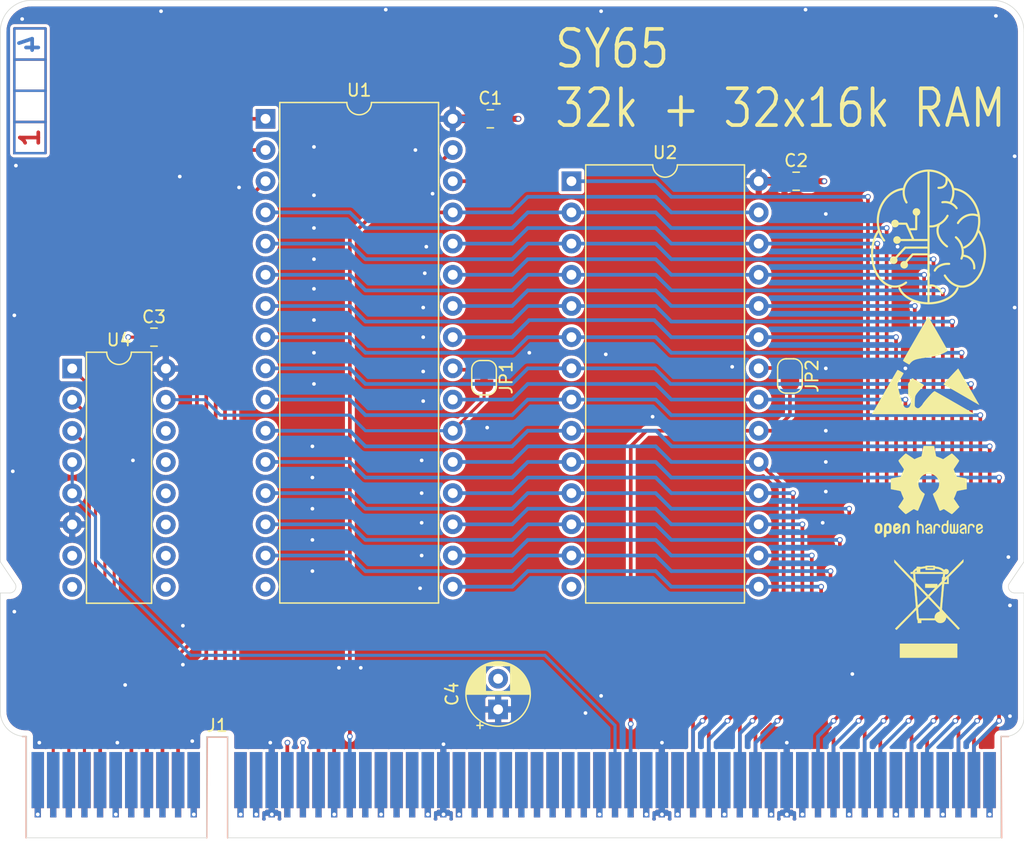
<source format=kicad_pcb>
(kicad_pcb (version 20240108) (generator "pcbnew") (generator_version "8.0")
  (layers (0 "F.Cu" signal) (1 "In1.Cu" power) (2 "In2.Cu" power) (31 "B.Cu" signal) (34 "B.Paste" user) (35 "F.Paste" user) (36 "B.SilkS" user "B.Silkscreen") (37 "F.SilkS" user "F.Silkscreen") (38 "B.Mask" user) (39 "F.Mask" user) (44 "Edge.Cuts" user))
  (net 0 "")
  (net 1 "GND")
  (net 3 "/RAM_2")
  (net 4 "/D4")
  (net 12 "/RAM_1")
  (net 15 "/RAM_3")
  (net 16 "/A2")
  (net 17 "/RAM_4")
  (net 18 "/A10")
  (net 19 "/D6")
  (net 20 "/A9")
  (net 24 "+9V")
  (net 25 "/~{H_RAM}")
  (net 27 "/A14")
  (net 28 "/A8")
  (net 29 "+5V")
  (net 31 "/RAM_6")
  (net 38 "/A1")
  (net 40 "/D0")
  (net 43 "/A0")
  (net 44 "/D3")
  (net 45 "/D7")
  (net 48 "/A4")
  (net 49 "/D1")
  (net 50 "/A5")
  (net 53 "/A13")
  (net 54 "/RAM_7")
  (net 56 "/R{slash}~{W}")
  (net 58 "/RAM_0")
  (net 59 "/A7")
  (net 61 "/A3")
  (net 62 "/A6")
  (net 64 "/~{L_RAM}")
  (net 65 "/D5")
  (net 68 "/RAM_5")
  (net 70 "/A11")
  (net 72 "/A12")
  (net 73 "/D2")
  (net 75 "Net-(JP1-A)")
  (net 76 "Net-(JP2-A)")
  (net 114 "Net-(JP1-B)")
  (footprint "Symbol:ESD-Logo_8.9x8mm_SilkScreen" (layer "F.Cu") (at 170.053 116.332)
    (property "Reference" "REF**" (hide yes))
    (property "Value" "ESD-Logo_8.9x8mm_SilkScreen" (hide yes))
  )
  (footprint "Eigene:ladder_4" (layer "F.Cu") (at 97.155 93.98 90)
    (property "Reference" "Ref**" (hide yes))
    (property "Value" "Val**" (hide yes))
  )
  (footprint "Capacitor_SMD:C_0805_2012Metric" (layer "F.Cu") (at 134.62 96.266)
    (property "Reference" "C1")
    (property "Value" "100n")
  )
  (footprint "Symbol:OSHW-Logo2_9.8x8mm_SilkScreen" (layer "F.Cu") (at 170.307 126.619)
    (property "Reference" "REF**" (hide yes))
    (property "Value" "OSHW-Logo2_9.8x8mm_SilkScreen" (hide yes))
  )
  (footprint "Eigene:logo" (layer "F.Cu") (at 170.307 105.918)
    (property "Reference" "G***" (hide yes))
    (property "Value" "LOGO" (hide yes))
  )
  (footprint "Capacitor_SMD:C_0805_2012Metric" (layer "F.Cu") (at 159.512 101.346)
    (property "Reference" "C2")
    (property "Value" "100n")
  )
  (footprint "Capacitor_SMD:C_0805_2012Metric" (layer "F.Cu") (at 107.249 114.046 180)
    (property "Reference" "C3")
    (property "Value" "100n")
  )
  (footprint "Package_DIP:DIP-32_W15.24mm" (layer "F.Cu") (at 116.327 96.266)
    (property "Reference" "U1")
    (property "Value" "AS6C4008-55PCN")
  )
  (footprint "Symbol:WEEE-Logo_5.6x8mm_SilkScreen" (layer "F.Cu") (at 170.307 136.144)
    (property "Reference" "REF**" (hide yes))
    (property "Value" "WEEE-Logo_5.6x8mm_SilkScreen" (hide yes))
  )
  (footprint "Jumper:SolderJumper-2_P1.3mm_Bridged_RoundedPad1.0x1.5mm" (layer "F.Cu") (at 134.112 117.348 -90)
    (property "Reference" "JP1")
    (property "Value" "OE_H")
  )
  (footprint "Package_DIP:DIP-28_W15.24mm" (layer "F.Cu") (at 141.224 101.346)
    (property "Reference" "U2")
    (property "Value" "CY62256-70PC")
  )
  (footprint "Package_DIP:DIP-16_W7.62mm" (layer "F.Cu") (at 100.594 116.601)
    (property "Reference" "U4")
    (property "Value" "74HC138")
  )
  (footprint "Capacitor_THT:CP_Radial_D5.0mm_P2.50mm" (layer "F.Cu") (at 135.255 144.359 90)
    (property "Reference" "C4")
    (property "Value" "10µ")
  )
  (footprint "Jumper:SolderJumper-2_P1.3mm_Bridged_RoundedPad1.0x1.5mm" (layer "F.Cu") (at 159.004 117.206 -90)
    (property "Reference" "JP2")
    (property "Value" "OE_L")
  )
  (footprint "Connector_PCBEdge:BUS_PCI" (layer "B.Cu") (at 136.52 151.444 180)
    (property "Reference" "J1")
    (property "Value" "Bus_PCI_6502")
  )
  (gr_line (start 176.837631 134.138815) (end 178.054 132.334) (stroke (width 0.05)) (layer "Edge.Cuts"))
  (gr_line (start 113.284 146.558) (end 113.284 154.813) (stroke (width 0.05)) (layer "Edge.Cuts"))
  (gr_line (start 111.506 154.813) (end 111.506 146.558) (stroke (width 0.05)) (layer "Edge.Cuts"))
  (gr_line (start 178.054 134.874) (end 178.054 145.034) (stroke (width 0.05)) (layer "Edge.Cuts"))
  (gr_line (start 178.054 132.334) (end 178.054 89.154) (stroke (width 0.05)) (layer "Edge.Cuts"))
  (gr_line (start 94.742 144.526) (end 94.742 134.874) (stroke (width 0.05)) (layer "Edge.Cuts"))
  (gr_arc (start 177.292 134.874) (mid 176.859941 134.633064) (end 176.837631 134.138815) (stroke (width 0.05)) (layer "Edge.Cuts"))
  (gr_line (start 96.901 146.558) (end 96.901 154.813) (stroke (width 0.05)) (layer "Edge.Cuts"))
  (gr_line (start 97.282 86.614) (end 175.514 86.614) (stroke (width 0.05)) (layer "Edge.Cuts"))
  (gr_line (start 113.284 154.813) (end 176.149 154.813) (stroke (width 0.05)) (layer "Edge.Cuts"))
  (gr_arc (start 96.774 146.558) (mid 95.337158 145.962841) (end 94.742 144.526) (stroke (width 0.05)) (layer "Edge.Cuts"))
  (gr_arc (start 178.054 145.034) (mid 177.607645 146.111645) (end 176.53 146.558) (stroke (width 0.05)) (layer "Edge.Cuts"))
  (gr_line (start 95.504 134.874) (end 94.742 134.874) (stroke (width 0.05)) (layer "Edge.Cuts"))
  (gr_line (start 176.149 154.813) (end 176.149 146.558) (stroke (width 0.05)) (layer "Edge.Cuts"))
  (gr_arc (start 175.514 86.614) (mid 177.3101 87.357928) (end 178.054 89.154) (stroke (width 0.05)) (layer "Edge.Cuts"))
  (gr_arc (start 95.958369 134.138815) (mid 95.936131 134.633071) (end 95.504 134.874) (stroke (width 0.05)) (layer "Edge.Cuts"))
  (gr_arc (start 94.742 89.154) (mid 95.485949 87.357949) (end 97.282 86.614) (stroke (width 0.05)) (layer "Edge.Cuts"))
  (gr_line (start 94.742 132.334) (end 94.742 89.154) (stroke (width 0.05)) (layer "Edge.Cuts"))
  (gr_line (start 94.742 132.334) (end 95.958369 134.138815) (stroke (width 0.05)) (layer "Edge.Cuts"))
  (gr_line (start 96.901 154.813) (end 111.506 154.813) (stroke (width 0.05)) (layer "Edge.Cuts"))
  (gr_line (start 96.774 146.558) (end 96.901 146.558) (stroke (width 0.05)) (layer "Edge.Cuts"))
  (gr_line (start 176.149 146.558) (end 176.53 146.558) (stroke (width 0.05)) (layer "Edge.Cuts"))
  (gr_line (start 111.506 146.558) (end 113.284 146.558) (stroke (width 0.05)) (layer "Edge.Cuts"))
  (gr_line (start 178.054 134.874) (end 177.292 134.874) (stroke (width 0.05)) (layer "Edge.Cuts"))
  (gr_text "SY65\n32k + 32x16k RAM" (at 139.7 97.155 0) (layer "F.SilkS") (effects (font (size 3 2.5) (thickness 0.3)) (justify left bottom)))
  (segment (start 120.904 147.066) (end 121.666 147.066) (width 0.3) (layer "F.Cu") (net 1))
  (segment (start 121.666 147.066) (end 121.91 147.31) (width 0.3) (layer "F.Cu") (net 1))
  (segment (start 160.462 101.346) (end 161.798 101.346) (width 0.5) (layer "F.Cu") (net 1))
  (segment (start 118.1 147.076) (end 118.11 147.066) (width 0.3) (layer "F.Cu") (net 1))
  (segment (start 118.1 150.114) (end 118.1 147.076) (width 0.3) (layer "F.Cu") (net 1))
  (segment (start 120.64 147.33) (end 120.904 147.066) (width 0.3) (layer "F.Cu") (net 1))
  (segment (start 135.57 96.266) (end 136.906 96.266) (width 0.5) (layer "F.Cu") (net 1))
  (segment (start 120.64 150.114) (end 120.64 147.33) (width 0.3) (layer "F.Cu") (net 1))
  (segment (start 106.299 114.046) (end 105.156 114.046) (width 0.25) (layer "F.Cu") (net 1))
  (segment (start 121.91 147.31) (end 121.91 150.114) (width 0.3) (layer "F.Cu") (net 1))
  (via (at 121.92 152.908) (size 0.46) (drill 0.3) (layers "F.Cu" "B.Cu") (net 1))
  (via (at 161.798 101.346) (size 0.46) (drill 0.3) (layers "F.Cu" "B.Cu") (net 1))
  (via (at 160.02 152.908) (size 0.46) (drill 0.3) (layers "F.Cu" "B.Cu") (net 1))
  (via (at 157.48 152.908) (size 0.46) (drill 0.3) (layers "F.Cu" "B.Cu") (net 1))
  (via (at 110.49 152.908) (size 0.46) (drill 0.3) (layers "F.Cu" "B.Cu") (net 1))
  (via (at 136.906 96.266) (size 0.46) (drill 0.3) (layers "F.Cu" "B.Cu") (net 1))
  (via (at 149.86 152.908) (size 0.46) (drill 0.3) (layers "F.Cu" "B.Cu") (net 1))
  (via (at 125.73 152.908) (size 0.46) (drill 0.3) (layers "F.Cu" "B.Cu") (net 1))
  (via (at 119.38 147.066) (size 0.46) (drill 0.3) (layers "F.Cu" "B.Cu") (net 1))
  (via (at 171.45 152.908) (size 0.46) (drill 0.3) (layers "F.Cu" "B.Cu") (net 1))
  (via (at 104.14 152.908) (size 0.46) (drill 0.3) (layers "F.Cu" "B.Cu") (net 1))
  (via (at 129.54 152.908) (size 0.46) (drill 0.3) (layers "F.Cu" "B.Cu") (net 1))
  (via (at 97.79 152.908) (size 0.46) (drill 0.3) (layers "F.Cu" "B.Cu") (net 1))
  (via (at 163.83 152.908) (size 0.46) (drill 0.3) (layers "F.Cu" "B.Cu") (net 1))
  (via (at 115.57 152.908) (size 0.46) (drill 0.3) (layers "F.Cu" "B.Cu") (net 1))
  (via (at 147.32 152.908) (size 0.46) (drill 0.3) (layers "F.Cu" "B.Cu") (net 1))
  (via (at 143.51 152.908) (size 0.46) (drill 0.3) (layers "F.Cu" "B.Cu") (net 1))
  (via (at 175.26 152.908) (size 0.46) (drill 0.3) (layers "F.Cu" "B.Cu") (net 1))
  (via (at 118.11 147.066) (size 0.46) (drill 0.3) (layers "F.Cu" "B.Cu") (net 1))
  (via (at 132.08 152.908) (size 0.46) (drill 0.3) (layers "F.Cu" "B.Cu") (net 1))
  (via (at 105.156 114.046) (size 0.46) (drill 0.3) (layers "F.Cu" "B.Cu") (net 1))
  (via (at 153.67 152.908) (size 0.46) (drill 0.3) (layers "F.Cu" "B.Cu") (net 1))
  (via (at 167.64 152.908) (size 0.46) (drill 0.3) (layers "F.Cu" "B.Cu") (net 1))
  (segment (start 119.37 147.076) (end 119.38 147.066) (width 0.3) (layer "B.Cu") (net 1))
  (segment (start 119.37 150.114) (end 119.37 147.076) (width 0.3) (layer "B.Cu") (net 1))
  (segment (start 106.68 146.304) (end 112.268 140.716) (width 0.3) (layer "F.Cu") (net 3))
  (segment (start 106.68 150.104) (end 106.68 146.304) (width 0.3) (layer "F.Cu") (net 3))
  (segment (start 113.792 98.806) (end 116.327 98.806) (width 0.3) (layer "F.Cu") (net 3))
  (segment (start 112.268 100.33) (end 113.792 98.806) (width 0.3) (layer "F.Cu") (net 3))
  (segment (start 112.268 140.716) (end 112.268 100.33) (width 0.3) (layer "F.Cu") (net 3))
  (segment (start 106.67 150.114) (end 106.68 150.104) (width 0.3) (layer "F.Cu") (net 3))
  (segment (start 153.924 145.288) (end 160.782 138.43) (width 0.3) (layer "F.Cu") (net 4))
  (segment (start 160.782 138.43) (end 160.782 136.652) (width 0.3) (layer "F.Cu") (net 4))
  (segment (start 160.782 136.652) (end 160.782 131.826) (width 0.3) (layer "F.Cu") (net 4))
  (via (at 153.924 145.288) (size 0.46) (drill 0.3) (layers "F.Cu" "B.Cu") (net 4))
  (via (at 160.782 131.826) (size 0.46) (drill 0.3) (layers "F.Cu" "B.Cu") (net 4))
  (segment (start 136.398 131.826) (end 131.567 131.826) (width 0.3) (layer "B.Cu") (net 4))
  (segment (start 160.782 131.826) (end 156.464 131.826) (width 0.3) (layer "B.Cu") (net 4))
  (segment (start 152.4 150.114) (end 152.4 146.812) (width 0.3) (layer "B.Cu") (net 4))
  (segment (start 156.464 131.826) (end 149.352 131.826) (width 0.3) (layer "B.Cu") (net 4))
  (segment (start 148.082 130.556) (end 137.668 130.556) (width 0.3) (layer "B.Cu") (net 4))
  (segment (start 137.668 130.556) (end 136.398 131.826) (width 0.3) (layer "B.Cu") (net 4))
  (segment (start 149.352 131.826) (end 148.082 130.556) (width 0.3) (layer "B.Cu") (net 4))
  (segment (start 152.4 146.812) (end 153.924 145.288) (width 0.3) (layer "B.Cu") (net 4))
  (segment (start 113.03 100.838) (end 113.792 100.076) (width 0.3) (layer "F.Cu") (net 12))
  (segment (start 107.94 150.114) (end 107.94 146.314) (width 0.3) (layer "F.Cu") (net 12))
  (segment (start 113.03 141.224) (end 113.03 100.838) (width 0.3) (layer "F.Cu") (net 12))
  (segment (start 113.792 100.076) (end 130.297 100.076) (width 0.3) (layer "F.Cu") (net 12))
  (segment (start 130.297 100.076) (end 131.567 98.806) (width 0.3) (layer "F.Cu") (net 12))
  (segment (start 107.94 146.314) (end 113.03 141.224) (width 0.3) (layer "F.Cu") (net 12))
  (segment (start 133.604 98.044) (end 133.604 100.838) (width 0.3) (layer "F.Cu") (net 15))
  (segment (start 113.792 97.536) (end 133.096 97.536) (width 0.3) (layer "F.Cu") (net 15))
  (segment (start 133.096 97.536) (end 133.604 98.044) (width 0.3) (layer "F.Cu") (net 15))
  (segment (start 111.506 140.208) (end 111.506 99.822) (width 0.3) (layer "F.Cu") (net 15))
  (segment (start 105.4 150.114) (end 105.41 150.104) (width 0.3) (layer "F.Cu") (net 15))
  (segment (start 133.604 100.838) (end 133.096 101.346) (width 0.3) (layer "F.Cu") (net 15))
  (segment (start 111.506 99.822) (end 113.792 97.536) (width 0.3) (layer "F.Cu") (net 15))
  (segment (start 105.41 150.104) (end 105.41 146.304) (width 0.3) (layer "F.Cu") (net 15))
  (segment (start 133.096 101.346) (end 131.567 101.346) (width 0.3) (layer "F.Cu") (net 15))
  (segment (start 105.41 146.304) (end 111.506 140.208) (width 0.3) (layer "F.Cu") (net 15))
  (segment (start 174.498 144.272) (end 174.498 120.396) (width 0.3) (layer "F.Cu") (net 16))
  (segment (start 174.498 145.034) (end 174.498 144.272) (width 0.3) (layer "F.Cu") (net 16))
  (segment (start 174.244 145.288) (end 174.498 145.034) (width 0.3) (layer "F.Cu") (net 16))
  (via (at 174.498 120.396) (size 0.46) (drill 0.3) (layers "F.Cu" "B.Cu") (net 16))
  (via (at 174.244 145.288) (size 0.46) (drill 0.3) (layers "F.Cu" "B.Cu") (net 16))
  (segment (start 172.72 150.114) (end 172.72 146.812) (width 0.3) (layer "B.Cu") (net 16))
  (segment (start 148.082 119.126) (end 141.224 119.126) (width 0.3) (layer "B.Cu") (net 16))
  (segment (start 141.224 119.126) (end 137.668 119.126) (width 0.3) (layer "B.Cu") (net 16))
  (segment (start 123.19 119.126) (end 116.327 119.126) (width 0.3) (layer "B.Cu") (net 16))
  (segment (start 149.352 120.396) (end 148.082 119.126) (width 0.3) (layer "B.Cu") (net 16))
  (segment (start 174.498 120.396) (end 149.352 120.396) (width 0.3) (layer "B.Cu") (net 16))
  (segment (start 137.668 119.126) (end 136.398 120.396) (width 0.3) (layer "B.Cu") (net 16))
  (segment (start 124.46 120.396) (end 123.19 119.126) (width 0.3) (layer "B.Cu") (net 16))
  (segment (start 172.72 146.812) (end 174.244 145.288) (width 0.3) (layer "B.Cu") (net 16))
  (segment (start 136.398 120.396) (end 124.46 120.396) (width 0.3) (layer "B.Cu") (net 16))
  (segment (start 102.87 146.304) (end 110.744 138.43) (width 0.3) (layer "F.Cu") (net 17))
  (segment (start 110.744 138.43) (end 110.744 99.314) (width 0.3) (layer "F.Cu") (net 17))
  (segment (start 113.792 96.266) (end 116.327 96.266) (width 0.3) (layer "F.Cu") (net 17))
  (segment (start 102.87 150.104) (end 102.87 146.304) (width 0.3) (layer "F.Cu") (net 17))
  (segment (start 102.86 150.114) (end 102.87 150.104) (width 0.3) (layer "F.Cu") (net 17))
  (segment (start 110.744 99.314) (end 113.792 96.266) (width 0.3) (layer "F.Cu") (net 17))
  (segment (start 168.402 143.51) (end 168.402 143.002) (width 0.3) (layer "F.Cu") (net 18))
  (segment (start 166.624 145.288) (end 168.402 143.51) (width 0.3) (layer "F.Cu") (net 18))
  (segment (start 168.402 143.002) (end 168.402 119.126) (width 0.3) (layer "F.Cu") (net 18))
  (via (at 168.402 119.126) (size 0.46) (drill 0.3) (layers "F.Cu" "B.Cu") (net 18))
  (via (at 166.624 145.288) (size 0.46) (drill 0.3) (layers "F.Cu" "B.Cu") (net 18))
  (segment (start 168.402 119.126) (end 156.464 119.126) (width 0.3) (layer "B.Cu") (net 18))
  (segment (start 156.464 119.126) (end 149.352 119.126) (width 0.3) (layer "B.Cu") (net 18))
  (segment (start 165.09 150.114) (end 165.09 146.822) (width 0.3) (layer "B.Cu") (net 18))
  (segment (start 165.09 146.822) (end 166.624 145.288) (width 0.3) (layer "B.Cu") (net 18))
  (segment (start 137.668 117.856) (end 136.398 119.126) (width 0.3) (layer "B.Cu") (net 18))
  (segment (start 136.398 119.126) (end 131.567 119.126) (width 0.3) (layer "B.Cu") (net 18))
  (segment (start 149.352 119.126) (end 148.082 117.856) (width 0.3) (layer "B.Cu") (net 18))
  (segment (start 148.082 117.856) (end 137.668 117.856) (width 0.3) (layer "B.Cu") (net 18))
  (segment (start 151.892 145.288) (end 159.258 137.922) (width 0.3) (layer "F.Cu") (net 19))
  (segment (start 159.258 135.382) (end 159.258 126.746) (width 0.3) (layer "F.Cu") (net 19))
  (segment (start 159.258 137.922) (end 159.258 135.382) (width 0.3) (layer "F.Cu") (net 19))
  (via (at 159.258 126.746) (size 0.46) (drill 0.3) (layers "F.Cu" "B.Cu") (net 19))
  (via (at 151.892 145.288) (size 0.46) (drill 0.3) (layers "F.Cu" "B.Cu") (net 19))
  (segment (start 159.258 126.746) (end 156.464 126.746) (width 0.3) (layer "B.Cu") (net 19))
  (segment (start 151.12 146.06) (end 151.892 145.288) (width 0.3) (layer "B.Cu") (net 19))
  (segment (start 148.082 125.476) (end 137.668 125.476) (width 0.3) (layer "B.Cu") (net 19))
  (segment (start 137.668 125.476) (end 136.398 126.746) (width 0.3) (layer "B.Cu") (net 19))
  (segment (start 149.352 126.746) (end 148.082 125.476) (width 0.3) (layer "B.Cu") (net 19))
  (segment (start 151.12 150.114) (end 151.12 146.06) (width 0.3) (layer "B.Cu") (net 19))
  (segment (start 156.464 126.746) (end 149.352 126.746) (width 0.3) (layer "B.Cu") (net 19))
  (segment (start 136.398 126.746) (end 131.567 126.746) (width 0.3) (layer "B.Cu") (net 19))
  (segment (start 169.164 143.764) (end 169.164 142.748) (width 0.3) (layer "F.Cu") (net 20))
  (segment (start 166.36 150.114) (end 166.36 146.568) (width 0.3) (layer "F.Cu") (net 20))
  (segment (start 166.36 146.568) (end 168.402 144.526) (width 0.3) (layer "F.Cu") (net 20))
  (segment (start 169.164 142.748) (end 169.164 111.506) (width 0.3) (layer "F.Cu") (net 20))
  (segment (start 168.402 144.526) (end 169.164 143.764) (width 0.3) (layer "F.Cu") (net 20))
  (via (at 169.164 111.506) (size 0.46) (drill 0.3) (layers "F.Cu" "B.Cu") (net 20))
  (segment (start 169.164 111.506) (end 156.464 111.506) (width 0.3) (layer "B.Cu") (net 20))
  (segment (start 137.668 110.236) (end 136.398 111.506) (width 0.3) (layer "B.Cu") (net 20))
  (segment (start 148.082 110.236) (end 137.668 110.236) (width 0.3) (layer "B.Cu") (net 20))
  (segment (start 149.352 111.506) (end 148.082 110.236) (width 0.3) (layer "B.Cu") (net 20))
  (segment (start 156.464 111.506) (end 149.352 111.506) (width 0.3) (layer "B.Cu") (net 20))
  (segment (start 136.398 111.506) (end 131.567 111.506) (width 0.3) (layer "B.Cu") (net 20))
  (via (at 114.3 152.908) (size 0.46) (drill 0.3) (layers "F.Cu" "B.Cu") (net 24))
  (segment (start 110.236 139.954) (end 102.489 132.207) (width 0.25) (layer "B.Cu") (net 25))
  (segment (start 102.489 132.207) (end 102.489 128.656) (width 0.25) (layer "B.Cu") (net 25))
  (segment (start 139.065 139.954) (end 110.236 139.954) (width 0.25) (layer "B.Cu") (net 25))
  (segment (start 144.77 145.659) (end 139.065 139.954) (width 0.25) (layer "B.Cu") (net 25))
  (segment (start 144.77 150.114) (end 144.77 145.659) (width 0.25) (layer "B.Cu") (net 25))
  (segment (start 102.489 128.656) (end 100.594 126.761) (width 0.25) (layer "B.Cu") (net 25))
  (segment (start 100.594 124.221) (end 100.594 126.761) (width 0.25) (layer "B.Cu") (net 25))
  (segment (start 165.354 142.494) (end 165.354 141.732) (width 0.3) (layer "F.Cu") (net 27))
  (segment (start 165.354 141.732) (end 165.354 102.616) (width 0.3) (layer "F.Cu") (net 27))
  (segment (start 162.56 145.288) (end 165.354 142.494) (width 0.3) (layer "F.Cu") (net 27))
  (via (at 162.56 145.288) (size 0.46) (drill 0.3) (layers "F.Cu" "B.Cu") (net 27))
  (via (at 165.354 102.616) (size 0.46) (drill 0.3) (layers "F.Cu" "B.Cu") (net 27))
  (segment (start 161.29 146.558) (end 162.56 145.288) (width 0.3) (layer "B.Cu") (net 27))
  (segment (start 161.29 150.114) (end 161.29 146.558) (width 0.3) (layer "B.Cu") (net 27))
  (segment (start 148.082 101.346) (end 141.224 101.346) (width 0.3) (layer "B.Cu") (net 27))
  (segment (start 149.352 102.616) (end 148.082 101.346) (width 0.3) (layer "B.Cu") (net 27))
  (segment (start 165.354 102.616) (end 149.352 102.616) (width 0.3) (layer "B.Cu") (net 27))
  (segment (start 169.926 143.256) (end 169.926 108.966) (width 0.3) (layer "F.Cu") (net 28))
  (segment (start 168.656 145.288) (end 169.926 144.018) (width 0.3) (layer "F.Cu") (net 28))
  (segment (start 169.926 144.018) (end 169.926 143.256) (width 0.3) (layer "F.Cu") (net 28))
  (via (at 169.926 108.966) (size 0.46) (drill 0.3) (layers "F.Cu" "B.Cu") (net 28))
  (via (at 168.656 145.288) (size 0.46) (drill 0.3) (layers "F.Cu" "B.Cu") (net 28))
  (segment (start 166.36 150.114) (end 166.36 147.584) (width 0.3) (layer "B.Cu") (net 28))
  (segment (start 148.082 107.696) (end 137.668 107.696) (width 0.3) (layer "B.Cu") (net 28))
  (segment (start 166.36 147.584) (end 168.656 145.288) (width 0.3) (layer "B.Cu") (net 28))
  (segment (start 149.352 108.966) (end 148.082 107.696) (width 0.3) (layer "B.Cu") (net 28))
  (segment (start 169.926 108.966) (end 156.464 108.966) (width 0.3) (layer "B.Cu") (net 28))
  (segment (start 137.668 107.696) (end 136.398 108.966) (width 0.3) (layer "B.Cu") (net 28))
  (segment (start 156.464 108.966) (end 149.352 108.966) (width 0.3) (layer "B.Cu") (net 28))
  (segment (start 136.398 108.966) (end 131.567 108.966) (width 0.3) (layer "B.Cu") (net 28))
  (segment (start 108.214 114.061) (end 108.199 114.046) (width 0.25) (layer "F.Cu") (net 29))
  (segment (start 108.214 116.601) (end 108.214 114.061) (width 0.25) (layer "F.Cu") (net 29))
  (segment (start 158.562 101.346) (end 156.464 101.346) (width 0.7) (layer "F.Cu") (net 29))
  (segment (start 133.67 96.266) (end 131.567 96.266) (width 0.7) (layer "F.Cu") (net 29))
  (via (at 116.84 152.908) (size 0.46) (drill 0.3) (layers "F.Cu" "B.Cu") (net 29))
  (via (at 109.601 137.541) (size 0.46) (drill 0.3) (layers "F.Cu" "B.Cu") (net 29))
  (via (at 120.269 112.649) (size 0.46) (drill 0.3) (layers "F.Cu" "B.Cu") (net 29))
  (via (at 143.637 87.503) (size 0.46) (drill 0.3) (layers "F.Cu" "B.Cu") (net 29))
  (via (at 130.81 147.193) (size 0.46) (drill 0.3) (layers "F.Cu" "B.Cu") (net 29))
  (via (at 158.75 147.066) (size 0.46) (drill 0.3) (layers "F.Cu" "B.Cu") (net 29))
  (via (at 96.012 100.076) (size 0.46) (drill 0.3) (layers "F.Cu" "B.Cu") (net 29))
  (via (at 161.671 129.159) (size 0.46) (drill 0.3) (layers "F.Cu" "B.Cu") (net 29))
  (via (at 129.032 126.746) (size 0.46) (drill 0.3) (layers "F.Cu" "B.Cu") (net 29))
  (via (at 109.347 100.965) (size 0.46) (drill 0.3) (layers "F.Cu" "B.Cu") (net 29))
  (via (at 128.524 98.806) (size 0.46) (drill 0.3) (layers "F.Cu" "B.Cu") (net 29))
  (via (at 120.142 128.016) (size 0.46) (drill 0.3) (layers "F.Cu" "B.Cu") (net 29))
  (via (at 109.601 140.716) (size 0.46) (drill 0.3) (layers "F.Cu" "B.Cu") (net 29))
  (via (at 176.911 144.907) (size 0.46) (drill 0.3) (layers "F.Cu" "B.Cu") (net 29))
  (via (at 95.885 136.398) (size 0.46) (drill 0.3) (layers "F.Cu" "B.Cu") (net 29))
  (via (at 120.142 133.096) (size 0.46) (drill 0.3) (layers "F.Cu" "B.Cu") (net 29))
  (via (at 147.828 120.523) (size 0.46) (drill 0.3) (layers "F.Cu" "B.Cu") (net 29))
  (via (at 116.713 147.066) (size 0.46) (drill 0.3) (layers "F.Cu" "B.Cu") (net 29))
  (via (at 110.363 146.939) (size 0.46) (drill 0.3) (layers "F.Cu" "B.Cu") (net 29))
  (via (at 120.269 105.156) (size 0.46) (drill 0.3) (layers "F.Cu" "B.Cu") (net 29))
  (via (at 177.292 99.314) (size 0.46) (drill 0.3) (layers "F.Cu" "B.Cu") (net 29))
  (via (at 120.269 102.489) (size 0.46) (drill 0.3) (layers "F.Cu" "B.Cu") (net 29))
  (via (at 120.269 117.856) (size 0.46) (drill 0.3) (layers "F.Cu" "B.Cu") (net 29))
  (via (at 129.413 106.68) (size 0.46) (drill 0.3) (layers "F.Cu" "B.Cu") (net 29))
  (via (at 114.173 101.854) (size 0.46) (drill 0.3) (layers "F.Cu" "B.Cu") (net 29))
  (via (at 144.018 115.443) (size 0.46) (drill 0.3) (layers "F.Cu" "B.Cu") (net 29))
  (via (at 120.269 98.552) (size 0.46) (drill 0.3) (layers "F.Cu" "B.Cu") (net 29))
  (via (at 129.921 102.362) (size 0.46) (drill 0.3) (layers "F.Cu" "B.Cu") (net 29))
  (via (at 122.301 140.97) (size 0.46) (drill 0.3) (layers "F.Cu" "B.Cu") (net 29))
  (via (at 161.925 104.013) (size 0.46) (drill 0.3) (layers "F.Cu" "B.Cu") (net 29))
  (via (at 120.269 107.696) (size 0.46) (drill 0.3) (layers "F.Cu" "B.Cu") (net 29))
  (via (at 161.925 121.666) (size 0.46) (drill 0.3) (layers "F.Cu" "B.Cu") (net 29))
  (via (at 129.159 114.046) (size 0.46) (drill 0.3) (layers "F.Cu" "B.Cu") (net 29))
  (via (at 97.917 147.066) (size 0.46) (drill 0.3) (layers "F.Cu" "B.Cu") (net 29))
  (via (at 129.286 108.839) (size 0.46) (drill 0.3) (layers "F.Cu" "B.Cu") (net 29))
  (via (at 167.767 106.68) (size 0.46) (drill 0.3) (layers "F.Cu" "B.Cu") (net 29))
  (via (at 120.142 122.936) (size 0.46) (drill 0.3) (layers "F.Cu" "B.Cu") (net 29))
  (via (at 107.823 87.503) (size 0.46) (drill 0.3) (layers "F.Cu" "B.Cu") (net 29))
  (via (at 129.159 119.253) (size 0.46) (drill 0.3) (layers "F.Cu" "B.Cu") (net 29))
  (via (at 158.75 152.908) (size 0.46) (drill 0.3) (layers "F.Cu" "B.Cu") (net 29))
  (via (at 142.367 144.653) (size 0.46) (drill 0.3) (layers "F.Cu" "B.Cu") (net 29))
  (via (at 129.159 116.84) (size 0.46) (drill 0.3) (layers "F.Cu" "B.Cu") (net 29))
  (via (at 137.795 115.316) (size 0.46) (drill 0.3) (layers "F.Cu" "B.Cu") (net 29))
  (via (at 148.59 152.908) (size 0.46) (drill 0.3) (layers "F.Cu" "B.Cu") (net 29))
  (via (at 176.911 135.89) (size 0.46) (drill 0.3) (layers "F.Cu" "B.Cu") (net 29))
  (via (at 95.758 124.968) (size 0.46) (drill 0.3) (layers "F.Cu" "B.Cu") (net 29))
  (via (at 164.084 141.478) (size 0.46) (drill 0.3) (layers "F.Cu" "B.Cu") (net 29))
  (via (at 126.111 87.376) (size 0.46) (drill 0.3) (layers "F.Cu" "B.Cu") (net 29))
  (via (at 143.637 143.256) (size 0.46) (drill 0.3) (layers "F.Cu" "B.Cu") (net 29))
  (via (at 129.032 131.826) (size 0.46) (drill 0.3) (layers "F.Cu" "B.Cu") (net 29))
  (via (at 161.925 116.586) (size 0.46) (drill 0.3) (layers "F.Cu" "B.Cu") (net 29))
  (via (at 105.537 124.079) (size 0.46) (drill 0.3) (layers "F.Cu" "B.Cu") (net 29))
  (via (at 161.925 124.206) (size 0.46) (drill 0.3) (layers "F.Cu" "B.Cu") (net 29))
  (via (at 120.142 125.476) (size 0.46) (drill 0.3) (layers "F.Cu" "B.Cu") (net 29))
  (via (at 130.81 152.908) (size 0.46) (drill 0.3) (layers "F.Cu" "B.Cu") (net 29))
  (via (at 95.885 112.268) (size 0.46) (drill 0.3) (layers "F.Cu" "B.Cu") (net 29))
  (via (at 175.768 87.884) (size 0.46) (drill 0.3) (layers "F.Cu" "B.Cu") (net 29))
  (via (at 104.267 147.066) (size 0.46) (drill 0.3) (layers "F.Cu" "B.Cu") (net 29))
  (via (at 160.274 87.376) (size 0.46) (drill 0.3) (layers "F.Cu" "B.Cu") (net 29))
  (via (at 96.52 88.138) (size 0.46) (drill 0.3) (layers "F.Cu" "B.Cu") (net 29))
  (via (at 161.925 126.619) (size 0.46) (drill 0.3) (layers "F.Cu" "B.Cu") (net 29))
  (via (at 168.402 116.586) (size 0.46) (drill 0.3) (layers "F.Cu" "B.Cu") (net 29))
  (via (at 129.159 111.633) (size 0.46) (drill 0.3) (layers "F.Cu" "B.Cu") (net 29))
  (via (at 120.269 110.109) (size 0.46) (drill 0.3) (layers "F.Cu" "B.Cu") (net 29))
  (via (at 154.305 116.459) (size 0.46) (drill 0.3) (layers "F.Cu" "B.Cu") (net 29))
  (via (at 128.905 134.493) (size 0.46) (drill 0.3) (layers "F.Cu" "B.Cu") (net 29))
  (via (at 177.292 111.633) (size 0.46) (drill 0.3) (layers "F.Cu" "B.Cu") (net 29))
  (via (at 104.902 142.367) (size 0.46) (drill 0.3) (layers "F.Cu" "B.Cu") (net 29))
  (via (at 129.032 129.159) (size 0.46) (drill 0.3) (layers "F.Cu" "B.Cu") (net 29))
  (via (at 176.784 131.953) (size 0.46) (drill 0.3) (layers "F.Cu" "B.Cu") (net 29))
  (via (at 129.032 124.079) (size 0.46) (drill 0.3) (layers "F.Cu" "B.Cu") (net 29))
  (via (at 124.079 140.97) (size 0.46) (drill 0.3) (layers "F.Cu" "B.Cu") (net 29))
  (via (at 134.366 121.412) (size 0.46) (drill 0.3) (layers "F.Cu" "B.Cu") (net 29))
  (via (at 120.142 130.556) (size 0.46) (drill 0.3) (layers "F.Cu" "B.Cu") (net 29))
  (via (at 148.59 147.066) (size 0.46) (drill 0.3) (layers "F.Cu" "B.Cu") (net 29))
  (via (at 120.269 115.316) (size 0.46) (drill 0.3) (layers "F.Cu" "B.Cu") (net 29))
  (segment (start 100.32 150.114) (end 100.32 146.314) (width 0.25) (layer "F.Cu") (net 31))
  (segment (start 103.251 121.798) (end 100.594 119.141) (width 0.25) (layer "F.Cu") (net 31))
  (segment (start 103.251 143.383) (end 103.251 121.798) (width 0.25) (layer "F.Cu") (net 31))
  (segment (start 100.32 146.314) (end 103.251 143.383) (width 0.25) (layer "F.Cu") (net 31))
  (segment (start 173.98 146.568) (end 175.26 145.288) (width 0.3) (layer "F.Cu") (net 38))
  (segment (start 173.98 150.114) (end 173.98 146.568) (width 0.3) (layer "F.Cu") (net 38))
  (segment (start 175.26 145.288) (end 175.26 122.936) (width 0.3) (layer "F.Cu") (net 38))
  (via (at 175.26 122.936) (size 0.46) (drill 0.3) (layers "F.Cu" "B.Cu") (net 38))
  (segment (start 148.11375 121.666) (end 141.224 121.666) (width 0.3) (layer "B.Cu") (net 38))
  (segment (start 149.38375 122.936) (end 148.11375 121.666) (width 0.3) (layer "B.Cu") (net 38))
  (segment (start 124.46 122.936) (end 123.19 121.666) (width 0.3) (layer "B.Cu") (net 38))
  (segment (start 141.224 121.666) (end 137.668 121.666) (width 0.3) (layer "B.Cu") (net 38))
  (segment (start 123.19 121.666) (end 116.327 121.666) (width 0.3) (layer "B.Cu") (net 38))
  (segment (start 175.26 122.936) (end 149.38375 122.936) (width 0.3) (layer "B.Cu") (net 38))
  (segment (start 136.398 122.936) (end 124.46 122.936) (width 0.3) (layer "B.Cu") (net 38))
  (segment (start 137.668 121.666) (end 136.398 122.936) (width 0.3) (layer "B.Cu") (net 38))
  (segment (start 157.988 145.288) (end 163.83 139.446) (width 0.3) (layer "F.Cu") (net 40))
  (segment (start 163.83 135.382) (end 163.83 128.016) (width 0.3) (layer "F.Cu") (net 40))
  (segment (start 163.83 139.446) (end 163.83 135.382) (width 0.3) (layer "F.Cu") (net 40))
  (via (at 157.988 145.288) (size 0.46) (drill 0.3) (layers "F.Cu" "B.Cu") (net 40))
  (via (at 163.83 128.016) (size 0.46) (drill 0.3) (layers "F.Cu" "B.Cu") (net 40))
  (segment (start 156.2 150.114) (end 156.2 147.076) (width 0.3) (layer "B.Cu") (net 40))
  (segment (start 156.2 147.076) (end 157.988 145.288) (width 0.3) (layer "B.Cu") (net 40))
  (segment (start 163.83 128.016) (end 149.352 128.016) (width 0.3) (layer "B.Cu") (net 40))
  (segment (start 141.224 126.746) (end 137.668 126.746) (width 0.3) (layer "B.Cu") (net 40))
  (segment (start 149.352 128.016) (end 148.082 126.746) (width 0.3) (layer "B.Cu") (net 40))
  (segment (start 148.082 126.746) (end 141.224 126.746) (width 0.3) (layer "B.Cu") (net 40))
  (segment (start 137.668 126.746) (end 136.398 128.016) (width 0.3) (layer "B.Cu") (net 40))
  (segment (start 123.19 126.746) (end 116.327 126.746) (width 0.3) (layer "B.Cu") (net 40))
  (segment (start 136.398 128.016) (end 124.46 128.016) (width 0.3) (layer "B.Cu") (net 40))
  (segment (start 124.46 128.016) (end 123.19 126.746) (width 0.3) (layer "B.Cu") (net 40))
  (segment (start 176.022 145.288) (end 176.022 125.476) (width 0.3) (layer "F.Cu") (net 43))
  (via (at 176.022 125.476) (size 0.46) (drill 0.3) (layers "F.Cu" "B.Cu") (net 43))
  (via (at 176.022 145.288) (size 0.46) (drill 0.3) (layers "F.Cu" "B.Cu") (net 43))
  (segment (start 137.668 124.206) (end 136.398 125.476) (width 0.3) (layer "B.Cu") (net 43))
  (segment (start 173.98 150.114) (end 173.98 147.33) (width 0.3) (layer "B.Cu") (net 43))
  (segment (start 149.352 125.476) (end 148.082 124.206) (width 0.3) (layer "B.Cu") (net 43))
  (segment (start 176.022 125.476) (end 149.352 125.476) (width 0.3) (layer "B.Cu") (net 43))
  (segment (start 173.98 147.33) (end 176.022 145.288) (width 0.3) (layer "B.Cu") (net 43))
  (segment (start 136.398 125.476) (end 124.46 125.476) (width 0.3) (layer "B.Cu") (net 43))
  (segment (start 124.46 125.476) (end 123.19 124.206) (width 0.3) (layer "B.Cu") (net 43))
  (segment (start 141.224 124.206) (end 137.668 124.206) (width 0.3) (layer "B.Cu") (net 43))
  (segment (start 123.19 124.206) (end 116.327 124.206) (width 0.3) (layer "B.Cu") (net 43))
  (segment (start 148.082 124.206) (end 141.224 124.206) (width 0.3) (layer "B.Cu") (net 43))
  (segment (start 161.544 136.398) (end 161.544 134.366) (width 0.3) (layer "F.Cu") (net 44))
  (segment (start 154.93 145.298) (end 155.702 144.526) (width 0.3) (layer "F.Cu") (net 44))
  (segment (start 154.93 150.114) (end 154.93 145.298) (width 0.3) (layer "F.Cu") (net 44))
  (segment (start 161.544 138.684) (end 161.544 136.398) (width 0.3) (layer "F.Cu") (net 44))
  (segment (start 155.702 144.526) (end 161.544 138.684) (width 0.3) (layer "F.Cu") (net 44))
  (via (at 161.544 134.366) (size 0.46) (drill 0.3) (layers "F.Cu" "B.Cu") (net 44))
  (segment (start 137.668 133.096) (end 136.398 134.366) (width 0.3) (layer "B.Cu") (net 44))
  (segment (start 156.464 134.366) (end 149.352 134.366) (width 0.3) (layer "B.Cu") (net 44))
  (segment (start 149.352 134.366) (end 148.082 133.096) (width 0.3) (layer "B.Cu") (net 44))
  (segment (start 136.398 134.366) (end 131.567 134.366) (width 0.3) (layer "B.Cu") (net 44))
  (segment (start 161.544 134.366) (end 156.464 134.366) (width 0.3) (layer "B.Cu") (net 44))
  (segment (start 148.082 133.096) (end 137.668 133.096) (width 0.3) (layer "B.Cu") (net 44))
  (segment (start 158.496 126.238) (end 156.464 124.206) (width 0.3) (layer "F.Cu") (net 45))
  (segment (start 151.12 145.044) (end 158.496 137.668) (width 0.3) (layer "F.Cu") (net 45))
  (segment (start 158.496 137.668) (end 158.496 126.238) (width 0.3) (layer "F.Cu") (net 45))
  (segment (start 151.12 150.114) (end 151.12 145.044) (width 0.3) (layer "F.Cu") (net 45))
  (segment (start 156.464 124.206) (end 149.352 124.206) (width 0.3) (layer "B.Cu") (net 45))
  (segment (start 137.668 122.936) (end 136.398 124.206) (width 0.3) (layer "B.Cu") (net 45))
  (segment (start 148.082 122.936) (end 137.668 122.936) (width 0.3) (layer "B.Cu") (net 45))
  (segment (start 136.398 124.206) (end 131.567 124.206) (width 0.3) (layer "B.Cu") (net 45))
  (segment (start 149.352 124.206) (end 148.082 122.936) (width 0.3) (layer "B.Cu") (net 45))
  (segment (start 172.974 144.018) (end 172.974 115.316) (width 0.3) (layer "F.Cu") (net 48))
  (segment (start 172.466 145.288) (end 172.974 144.78) (width 0.3) (layer "F.Cu") (net 48))
  (segment (start 172.974 144.78) (end 172.974 144.018) (width 0.3) (layer "F.Cu") (net 48))
  (via (at 172.466 145.288) (size 0.46) (drill 0.3) (layers "F.Cu" "B.Cu") (net 48))
  (via (at 172.974 115.316) (size 0.46) (drill 0.3) (layers "F.Cu" "B.Cu") (net 48))
  (segment (start 172.974 115.316) (end 149.352 115.316) (width 0.3) (layer "B.Cu") (net 48))
  (segment (start 123.19 114.046) (end 116.327 114.046) (width 0.3) (layer "B.Cu") (net 48))
  (segment (start 170.17 147.584) (end 172.466 145.288) (width 0.3) (layer "B.Cu") (net 48))
  (segment (start 141.224 114.046) (end 137.668 114.046) (width 0.3) (layer "B.Cu") (net 48))
  (segment (start 136.398 115.316) (end 124.46 115.316) (width 0.3) (layer "B.Cu") (net 48))
  (segment (start 148.082 114.046) (end 141.224 114.046) (width 0.3) (layer "B.Cu") (net 48))
  (segment (start 124.46 115.316) (end 123.19 114.046) (width 0.3) (layer "B.Cu") (net 48))
  (segment (start 149.352 115.316) (end 148.082 114.046) (width 0.3) (layer "B.Cu") (net 48))
  (segment (start 137.668 114.046) (end 136.398 115.316) (width 0.3) (layer "B.Cu") (net 48))
  (segment (start 170.17 150.114) (end 170.17 147.584) (width 0.3) (layer "B.Cu") (net 48))
  (segment (start 163.068 139.192) (end 163.068 130.556) (width 0.3) (layer "F.Cu") (net 49))
  (segment (start 156.2 150.114) (end 156.2 146.06) (width 0.3) (layer "F.Cu") (net 49))
  (segment (start 156.2 146.06) (end 163.068 139.192) (width 0.3) (layer "F.Cu") (net 49))
  (via (at 163.068 130.556) (size 0.46) (drill 0.3) (layers "F.Cu" "B.Cu") (net 49))
  (segment (start 137.668 129.286) (end 136.398 130.556) (width 0.3) (layer "B.Cu") (net 49))
  (segment (start 124.46 130.556) (end 123.19 129.286) (width 0.3) (layer "B.Cu") (net 49))
  (segment (start 123.19 129.286) (end 116.327 129.286) (width 0.3) (layer "B.Cu") (net 49))
  (segment (start 141.224 129.286) (end 137.668 129.286) (width 0.3) (layer "B.Cu") (net 49))
  (segment (start 148.082 129.286) (end 141.224 129.286) (width 0.3) (layer "B.Cu") (net 49))
  (segment (start 163.068 130.556) (end 149.352 130.556) (width 0.3) (layer "B.Cu") (net 49))
  (segment (start 136.398 130.556) (end 124.46 130.556) (width 0.3) (layer "B.Cu") (net 49))
  (segment (start 149.352 130.556) (end 148.082 129.286) (width 0.3) (layer "B.Cu") (net 49))
  (segment (start 172.212 144.272) (end 172.212 112.776) (width 0.3) (layer "F.Cu") (net 50))
  (segment (start 172.212 144.721756) (end 172.212 144.272) (width 0.3) (layer "F.Cu") (net 50))
  (segment (start 170.17 150.114) (end 170.17 146.763756) (width 0.3) (layer "F.Cu") (net 50))
  (segment (start 170.17 146.763756) (end 172.212 144.721756) (width 0.3) (layer "F.Cu") (net 50))
  (via (at 172.212 112.776) (size 0.46) (drill 0.3) (layers "F.Cu" "B.Cu") (net 50))
  (segment (start 136.398 112.776) (end 124.46 112.776) (width 0.3) (layer "B.Cu") (net 50))
  (segment (start 124.46 112.776) (end 123.19 111.506) (width 0.3) (layer "B.Cu") (net 50))
  (segment (start 137.668 111.506) (end 136.398 112.776) (width 0.3) (layer "B.Cu") (net 50))
  (segment (start 141.224 111.506) (end 137.668 111.506) (width 0.3) (layer "B.Cu") (net 50))
  (segment (start 148.082 111.506) (end 141.224 111.506) (width 0.3) (layer "B.Cu") (net 50))
  (segment (start 149.352 112.776) (end 148.082 111.506) (width 0.3) (layer "B.Cu") (net 50))
  (segment (start 172.212 112.776) (end 149.352 112.776) (width 0.3) (layer "B.Cu") (net 50))
  (segment (start 123.19 111.506) (end 116.327 111.506) (width 0.3) (layer "B.Cu") (net 50))
  (segment (start 166.116 140.462) (end 166.116 106.426) (width 0.3) (layer "F.Cu") (net 53))
  (segment (start 166.116 142.748) (end 166.116 140.462) (width 0.3) (layer "F.Cu") (net 53))
  (segment (start 164.084 144.78) (end 166.116 142.748) (width 0.3) (layer "F.Cu") (net 53))
  (segment (start 162.55 146.314) (end 164.084 144.78) (width 0.3) (layer "F.Cu") (net 53))
  (segment (start 162.55 150.114) (end 162.55 146.314) (width 0.3) (layer "F.Cu") (net 53))
  (via (at 166.116 106.426) (size 0.46) (drill 0.3) (layers "F.Cu" "B.Cu") (net 53))
  (segment (start 136.398 106.426) (end 131.567 106.426) (width 0.3) (layer "B.Cu") (net 53))
  (segment (start 166.116 106.426) (end 156.464 106.426) (width 0.3) (layer "B.Cu") (net 53))
  (segment (start 148.082 105.156) (end 137.668 105.156) (width 0.3) (layer "B.Cu") (net 53))
  (segment (start 137.668 105.156) (end 136.398 106.426) (width 0.3) (layer "B.Cu") (net 53))
  (segment (start 149.352 106.426) (end 148.082 105.156) (width 0.3) (layer "B.Cu") (net 53))
  (segment (start 156.464 106.426) (end 149.352 106.426) (width 0.3) (layer "B.Cu") (net 53))
  (segment (start 99.05 146.314) (end 102.489 142.875) (width 0.25) (layer "F.Cu") (net 54))
  (segment (start 99.05 150.114) (end 99.05 146.314) (width 0.25) (layer "F.Cu") (net 54))
  (segment (start 102.489 142.875) (end 102.489 123.576) (width 0.25) (layer "F.Cu") (net 54))
  (segment (start 102.489 123.576) (end 100.594 121.681) (width 0.25) (layer "F.Cu") (net 54))
  (segment (start 123.19 146.558) (end 123.19 105.918) (width 0.3) (layer "F.Cu") (net 56))
  (segment (start 123.19 105.918) (end 125.222 103.886) (width 0.3) (layer "F.Cu") (net 56))
  (segment (start 125.222 103.886) (end 131.567 103.886) (width 0.3) (layer "F.Cu") (net 56))
  (via (at 123.19 146.558) (size 0.46) (drill 0.3) (layers "F.Cu" "B.Cu") (net 56))
  (segment (start 123.18 146.568) (end 123.19 146.558) (width 0.3) (layer "B.Cu") (net 56))
  (segment (start 136.398 103.886) (end 137.668 102.616) (width 0.3) (layer "B.Cu") (net 56))
  (segment (start 137.668 102.616) (end 148.082 102.616) (width 0.3) (layer "B.Cu") (net 56))
  (segment (start 149.352 103.886) (end 156.464 103.886) (width 0.3) (layer "B.Cu") (net 56))
  (segment (start 123.18 150.114) (end 123.18 146.568) (width 0.3) (layer "B.Cu") (net 56))
  (segment (start 131.567 103.886) (end 136.398 103.886) (width 0.3) (layer "B.Cu") (net 56))
  (segment (start 148.082 102.616) (end 149.352 103.886) (width 0.3) (layer "B.Cu") (net 56))
  (segment (start 113.792 141.732) (end 113.792 103.881) (width 0.3) (layer "F.Cu") (net 58))
  (segment (start 109.21 150.114) (end 109.21 146.314) (width 0.3) (layer "F.Cu") (net 58))
  (segment (start 109.21 146.314) (end 113.792 141.732) (width 0.3) (layer "F.Cu") (net 58))
  (segment (start 113.792 103.881) (end 116.327 101.346) (width 0.3) (layer "F.Cu") (net 58))
  (segment (start 170.688 144.272) (end 170.688 107.696) (width 0.3) (layer "F.Cu") (net 59))
  (segment (start 168.9 146.06) (end 170.688 144.272) (width 0.3) (layer "F.Cu") (net 59))
  (segment (start 168.9 150.114) (end 168.9 146.06) (width 0.3) (layer "F.Cu") (net 59))
  (via (at 170.688 107.696) (size 0.46) (drill 0.3) (layers "F.Cu" "B.Cu") (net 59))
  (segment (start 149.352 107.696) (end 148.082 106.426) (width 0.3) (layer "B.Cu") (net 59))
  (segment (start 123.19 106.426) (end 116.327 106.426) (width 0.3) (layer "B.Cu") (net 59))
  (segment (start 170.688 107.696) (end 149.352 107.696) (width 0.3) (layer "B.Cu") (net 59))
  (segment (start 124.46 107.696) (end 123.19 106.426) (width 0.3) (layer "B.Cu") (net 59))
  (segment (start 137.668 106.426) (end 136.398 107.696) (width 0.3) (layer "B.Cu") (net 59))
  (segment (start 141.224 106.426) (end 137.668 106.426) (width 0.3) (layer "B.Cu") (net 59))
  (segment (start 148.082 106.426) (end 141.224 106.426) (width 0.3) (layer "B.Cu") (net 59))
  (segment (start 136.398 107.696) (end 124.46 107.696) (width 0.3) (layer "B.Cu") (net 59))
  (segment (start 172.72 145.991756) (end 172.72 150.114) (width 0.3) (layer "F.Cu") (net 61))
  (segment (start 173.736 117.856) (end 173.736 144.975756) (width 0.3) (layer "F.Cu") (net 61))
  (segment (start 173.736 144.975756) (end 172.72 145.991756) (width 0.3) (layer "F.Cu") (net 61))
  (via (at 173.736 117.856) (size 0.46) (drill 0.3) (layers "F.Cu" "B.Cu") (net 61))
  (segment (start 173.736 117.856) (end 149.2885 117.856) (width 0.3) (layer "B.Cu") (net 61))
  (segment (start 136.398 117.856) (end 124.46 117.856) (width 0.3) (layer "B.Cu") (net 61))
  (segment (start 141.224 116.586) (end 137.668 116.586) (width 0.3) (layer "B.Cu") (net 61))
  (segment (start 123.19 116.586) (end 116.327 116.586) (width 0.3) (layer "B.Cu") (net 61))
  (segment (start 149.2885 117.856) (end 148.0185 116.586) (width 0.3) (layer "B.Cu") (net 61))
  (segment (start 148.0185 116.586) (end 141.224 116.586) (width 0.3) (layer "B.Cu") (net 61))
  (segment (start 124.46 117.856) (end 123.19 116.586) (width 0.3) (layer "B.Cu") (net 61))
  (segment (start 137.668 116.586) (end 136.398 117.856) (width 0.3) (layer "B.Cu") (net 61))
  (segment (start 171.45 144.018) (end 171.45 110.236) (width 0.3) (layer "F.Cu") (net 62))
  (segment (start 171.45 144.526) (end 171.45 144.018) (width 0.3) (layer "F.Cu") (net 62))
  (segment (start 170.688 145.288) (end 171.45 144.526) (width 0.3) (layer "F.Cu") (net 62))
  (via (at 171.45 110.236) (size 0.46) (drill 0.3) (layers "F.Cu" "B.Cu") (net 62))
  (via (at 170.688 145.288) (size 0.46) (drill 0.3) (layers "F.Cu" "B.Cu") (net 62))
  (segment (start 171.45 110.236) (end 149.352 110.236) (width 0.3) (layer "B.Cu") (net 62))
  (segment (start 168.9 147.076) (end 170.688 145.288) (width 0.3) (layer "B.Cu") (net 62))
  (segment (start 149.352 110.236) (end 148.082 108.966) (width 0.3) (layer "B.Cu") (net 62))
  (segment (start 141.224 108.966) (end 137.668 108.966) (width 0.3) (layer "B.Cu") (net 62))
  (segment (start 124.46 110.236) (end 123.19 108.966) (width 0.3) (layer "B.Cu") (net 62))
  (segment (start 148.082 108.966) (end 141.224 108.966) (width 0.3) (layer "B.Cu") (net 62))
  (segment (start 137.668 108.966) (end 136.398 110.236) (width 0.3) (layer "B.Cu") (net 62))
  (segment (start 123.19 108.966) (end 116.327 108.966) (width 0.3) (layer "B.Cu") (net 62))
  (segment (start 168.9 150.114) (end 168.9 147.076) (width 0.3) (layer "B.Cu") (net 62))
  (segment (start 136.398 110.236) (end 124.46 110.236) (width 0.3) (layer "B.Cu") (net 62))
  (segment (start 147.32 121.666) (end 146.05 122.936) (width 0.3) (layer "F.Cu") (net 64))
  (segment (start 159.004 120.396) (end 159.004 117.856) (width 0.3) (layer "F.Cu") (net 64))
  (segment (start 156.464 121.666) (end 157.734 121.666) (width 0.3) (layer "F.Cu") (net 64))
  (segment (start 157.734 121.666) (end 159.004 120.396) (width 0.3) (layer "F.Cu") (net 64))
  (segment (start 146.05 122.936) (end 146.05 145.542) (width 0.3) (layer "F.Cu") (net 64))
  (segment (start 156.464 121.666) (end 147.32 121.666) (width 0.3) (layer "F.Cu") (net 64))
  (via (at 146.05 145.542) (size 0.46) (drill 0.3) (layers "F.Cu" "B.Cu") (net 64))
  (segment (start 146.05 145.542) (end 146.04 145.552) (width 0.3) (layer "B.Cu") (net 64))
  (segment (start 146.04 145.552) (end 146.04 150.114) (width 0.3) (layer "B.Cu") (net 64))
  (segment (start 152.4 150.114) (end 152.4 145.796) (width 0.3) (layer "F.Cu") (net 65))
  (segment (start 160.02 138.176) (end 160.02 129.286) (width 0.3) (layer "F.Cu") (net 65))
  (segment (start 153.924 144.272) (end 160.02 138.176) (width 0.3) (layer "F.Cu") (net 65))
  (segment (start 152.4 145.796) (end 153.924 144.272) (width 0.3) (layer "F.Cu") (net 65))
  (via (at 160.02 129.286) (size 0.46) (drill 0.3) (layers "F.Cu" "B.Cu") (net 65))
  (segment (start 156.464 129.286) (end 149.352 129.286) (width 0.3) (layer "B.Cu") (net 65))
  (segment (start 160.02 129.286) (end 156.464 129.286) (width 0.3) (layer "B.Cu") (net 65))
  (segment (start 137.668 128.016) (end 136.398 129.286) (width 0.3) (layer "B.Cu") (net 65))
  (segment (start 148.082 128.016) (end 137.668 128.016) (width 0.3) (layer "B.Cu") (net 65))
  (segment (start 136.398 129.286) (end 131.567 129.286) (width 0.3) (layer "B.Cu") (net 65))
  (segment (start 149.352 129.286) (end 148.082 128.016) (width 0.3) (layer "B.Cu") (net 65))
  (segment (start 104.013 120.02) (end 100.594 116.601) (width 0.25) (layer "F.Cu") (net 68))
  (segment (start 104.013 143.891) (end 104.013 120.02) (width 0.25) (layer "F.Cu") (net 68))
  (segment (start 101.59 146.314) (end 104.013 143.891) (width 0.25) (layer "F.Cu") (net 68))
  (segment (start 101.59 150.114) (end 101.59 146.314) (width 0.25) (layer "F.Cu") (net 68))
  (segment (start 167.132 143.764) (end 167.64 143.256) (width 0.3) (layer "F.Cu") (net 70))
  (segment (start 167.64 143.256) (end 167.64 142.494) (width 0.3) (layer "F.Cu") (net 70))
  (segment (start 165.09 145.806) (end 167.132 143.764) (width 0.3) (layer "F.Cu") (net 70))
  (segment (start 167.64 142.494) (end 167.64 114.046) (width 0.3) (layer "F.Cu") (net 70))
  (segment (start 165.09 150.114) (end 165.09 145.806) (width 0.3) (layer "F.Cu") (net 70))
  (via (at 167.64 114.046) (size 0.46) (drill 0.3) (layers "F.Cu" "B.Cu") (net 70))
  (segment (start 137.788 112.656) (end 136.398 114.046) (width 0.3) (layer "B.Cu") (net 70))
  (segment (start 136.398 114.046) (end 131.567 114.046) (width 0.3) (layer "B.Cu") (net 70))
  (segment (start 167.64 114.046) (end 156.464 114.046) (width 0.3) (layer "B.Cu") (net 70))
  (segment (start 147.962 112.656) (end 137.788 112.656) (width 0.3) (layer "B.Cu") (net 70))
  (segment (start 149.352 114.046) (end 147.962 112.656) (width 0.3) (layer "B.Cu") (net 70))
  (segment (start 156.464 114.046) (end 149.352 114.046) (width 0.3) (layer "B.Cu") (net 70))
  (segment (start 166.878 142.494) (end 166.878 105.156) (width 0.3) (layer "F.Cu") (net 72))
  (segment (start 164.592 145.288) (end 166.878 143.002) (width 0.3) (layer "F.Cu") (net 72))
  (segment (start 166.878 143.002) (end 166.878 142.494) (width 0.3) (layer "F.Cu") (net 72))
  (via (at 164.592 145.288) (size 0.46) (drill 0.3) (layers "F.Cu" "B.Cu") (net 72))
  (via (at 166.878 105.156) (size 0.46) (drill 0.3) (layers "F.Cu" "B.Cu") (net 72))
  (segment (start 124.46 105.156) (end 123.19 103.886) (width 0.3) (layer "B.Cu") (net 72))
  (segment (start 162.55 150.114) (end 162.55 147.33) (width 0.3) (layer "B.Cu") (net 72))
  (segment (start 137.668 103.886) (end 136.398 105.156) (width 0.3) (layer "B.Cu") (net 72))
  (segment (start 162.55 147.33) (end 164.592 145.288) (width 0.3) (layer "B.Cu") (net 72))
  (segment (start 141.224 103.886) (end 137.668 103.886) (width 0.3) (layer "B.Cu") (net 72))
  (segment (start 123.19 103.886) (end 116.327 103.886) (width 0.3) (layer "B.Cu") (net 72))
  (segment (start 166.878 105.156) (end 149.352 105.156) (width 0.3) (layer "B.Cu") (net 72))
  (segment (start 136.398 105.156) (end 124.46 105.156) (width 0.3) (layer "B.Cu") (net 72))
  (segment (start 148.082 103.886) (end 141.224 103.886) (width 0.3) (layer "B.Cu") (net 72))
  (segment (start 149.352 105.156) (end 148.082 103.886) (width 0.3) (layer "B.Cu") (net 72))
  (segment (start 162.306 136.398) (end 162.306 133.096) (width 0.3) (layer "F.Cu") (net 73))
  (segment (start 155.956 145.288) (end 162.306 138.938) (width 0.3) (layer "F.Cu") (net 73))
  (segment (start 162.306 138.938) (end 162.306 136.398) (width 0.3) (layer "F.Cu") (net 73))
  (via (at 162.306 133.096) (size 0.46) (drill 0.3) (layers "F.Cu" "B.Cu") (net 73))
  (via (at 155.956 145.288) (size 0.46) (drill 0.3) (layers "F.Cu" "B.Cu") (net 73))
  (segment (start 124.46 133.096) (end 123.19 131.826) (width 0.3) (layer "B.Cu") (net 73))
  (segment (start 162.306 133.096) (end 149.352 133.096) (width 0.3) (layer "B.Cu") (net 73))
  (segment (start 154.93 146.314) (end 155.956 145.288) (width 0.3) (layer "B.Cu") (net 73))
  (segment (start 154.93 150.114) (end 154.93 146.314) (width 0.3) (layer "B.Cu") (net 73))
  (segment (start 148.082 131.826) (end 141.224 131.826) (width 0.3) (layer "B.Cu") (net 73))
  (segment (start 149.352 133.096) (end 148.082 131.826) (width 0.3) (layer "B.Cu") (net 73))
  (segment (start 136.398 133.096) (end 124.46 133.096) (width 0.3) (layer "B.Cu") (net 73))
  (segment (start 141.224 131.826) (end 137.668 131.826) (width 0.3) (layer "B.Cu") (net 73))
  (segment (start 137.668 131.826) (end 136.398 133.096) (width 0.3) (layer "B.Cu") (net 73))
  (segment (start 123.19 131.826) (end 116.327 131.826) (width 0.3) (layer "B.Cu") (net 73))
  (segment (start 131.679 116.698) (end 131.567 116.586) (width 0.3) (layer "F.Cu") (net 75))
  (segment (start 134.112 116.698) (end 131.679 116.698) (width 0.3) (layer "F.Cu") (net 75))
  (segment (start 156.494 116.556) (end 156.464 116.586) (width 0.3) (layer "F.Cu") (net 76))
  (segment (start 159.004 116.556) (end 156.494 116.556) (width 0.3) (layer "F.Cu") (net 76))
  (segment (start 134.112 119.121) (end 134.112 117.998) (width 0.25) (layer "F.Cu") (net 114))
  (segment (start 131.567 121.666) (end 134.112 119.121) (width 0.25) (layer "F.Cu") (net 114))
  (segment (start 112.649 120.396) (end 123.19 120.396) (width 0.25) (layer "B.Cu") (net 114))
  (segment (start 108.214 119.141) (end 111.394 119.141) (width 0.25) (layer "B.Cu") (net 114))
  (segment (start 111.394 119.141) (end 112.649 120.396) (width 0.25) (layer "B.Cu") (net 114))
  (segment (start 124.46 121.666) (end 131.567 121.666) (width 0.25) (layer "B.Cu") (net 114))
  (segment (start 123.19 120.396) (end 124.46 121.666) (width 0.25) (layer "B.Cu") (net 114))
  (zone (net 29) (net_name "+5V") (layers "F&B.Cu") (connect_pads (clearance 0.25)) (min_thickness 0.25) (fill yes (thermal_gap 0.25) (thermal_bridge_width 0.5))
    (polygon (pts (xy 178.054 153.416) (xy 94.742 153.416) (xy 94.742 86.614) (xy 178.054 86.614)))
  )
)
</source>
